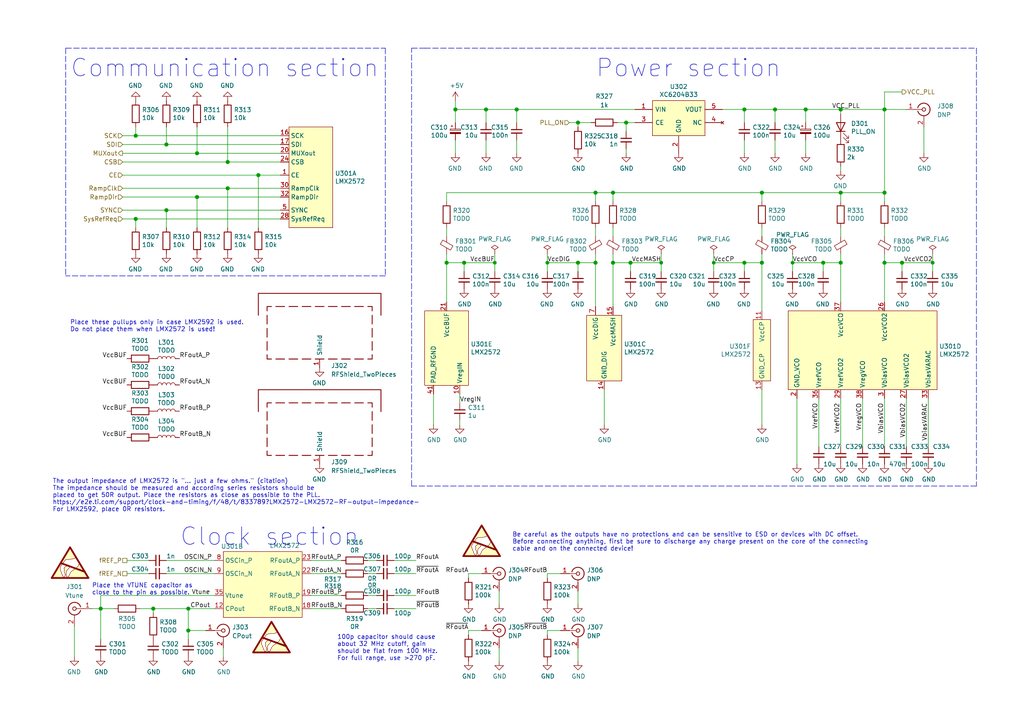
<source format=kicad_sch>
(kicad_sch (version 20211123) (generator eeschema)
  (paper "A4")
  (title_block (title "Generator 0.0125 - 6.4 GHz (0.02 - 9.8 GHz)") (date "2021-11-13") (rev "211113-001") (company "Petr Polasek") (comment 1 "001, 2021-11-13 09:38") (comment 2 "TCXO / external input, LMX2572/LMX2592") (comment 3 "Dual channel symmetric outputs"))
  (junction (at 29.21 176.53) (diameter 1.016))
  (junction (at 132.08 31.75) (diameter 1.016))
  (junction (at 57.15 44.45) (diameter 1.016))
  (junction (at 140.97 31.75) (diameter 1.016))
  (junction (at 181.61 35.56) (diameter 1.016))
  (junction (at 207.01 76.2) (diameter 0.9144))
  (junction (at 256.54 31.75) (diameter 1.016))
  (junction (at 220.98 55.88) (diameter 1.016))
  (junction (at 167.64 76.2) (diameter 1.016))
  (junction (at 167.64 35.56) (diameter 1.016))
  (junction (at 243.84 55.88) (diameter 1.016))
  (junction (at 54.61 176.53) (diameter 1.016))
  (junction (at 220.98 76.2) (diameter 1.016))
  (junction (at 39.37 39.37) (diameter 1.016))
  (junction (at 243.84 76.2) (diameter 1.016))
  (junction (at 74.93 50.8) (diameter 1.016))
  (junction (at 158.75 76.2) (diameter 0.9144))
  (junction (at 39.37 63.5) (diameter 1.016))
  (junction (at 233.68 31.75) (diameter 1.016))
  (junction (at 172.72 55.88) (diameter 1.016))
  (junction (at 229.87 76.2) (diameter 0.9144))
  (junction (at 177.8 76.2) (diameter 1.016))
  (junction (at 224.79 31.75) (diameter 1.016))
  (junction (at 57.15 57.15) (diameter 1.016))
  (junction (at 66.04 54.61) (diameter 1.016))
  (junction (at 182.88 76.2) (diameter 1.016))
  (junction (at 177.8 55.88) (diameter 1.016))
  (junction (at 66.04 46.99) (diameter 1.016))
  (junction (at 134.62 76.2) (diameter 1.016))
  (junction (at 256.54 76.2) (diameter 1.016))
  (junction (at 270.51 76.2) (diameter 0.9144))
  (junction (at 48.26 41.91) (diameter 1.016))
  (junction (at 172.72 76.2) (diameter 1.016))
  (junction (at 243.84 31.75) (diameter 1.016))
  (junction (at 129.54 76.2) (diameter 1.016))
  (junction (at 256.54 55.88) (diameter 1.016))
  (junction (at 44.45 176.53) (diameter 1.016))
  (junction (at 48.26 60.96) (diameter 1.016))
  (junction (at 238.76 76.2) (diameter 1.016))
  (junction (at 215.9 31.75) (diameter 1.016))
  (junction (at 143.51 76.2) (diameter 0.9144))
  (junction (at 149.86 31.75) (diameter 1.016))
  (junction (at 261.62 76.2) (diameter 1.016))
  (junction (at 215.9 76.2) (diameter 1.016))
  (junction (at 191.77 76.2) (diameter 0.9144))
  (junction (at 54.61 182.88) (diameter 1.016))
  (wire (pts (xy 220.98 68.58) (xy 220.98 66.04)))
  (wire (pts (xy 165.1 35.56) (xy 167.64 35.56)))
  (wire (pts (xy 62.23 172.72) (xy 29.21 172.72)))
  (wire (pts (xy 140.97 31.75) (xy 140.97 35.56)))
  (wire (pts (xy 256.54 68.58) (xy 256.54 66.04)))
  (wire (pts (xy 36.83 166.37) (xy 43.18 166.37)))
  (wire (pts (xy 29.21 172.72) (xy 29.21 176.53)))
  (wire (pts (xy 167.64 78.74) (xy 167.64 76.2)))
  (wire (pts (xy 54.61 182.88) (xy 54.61 176.53)))
  (wire (pts (xy 140.97 44.45) (xy 140.97 40.64)))
  (wire (pts (xy 29.21 176.53) (xy 29.21 185.42)))
  (wire (pts (xy 220.98 76.2) (xy 220.98 90.17)))
  (wire (pts (xy 207.01 76.2) (xy 207.01 78.74)))
  (wire (pts (xy 144.78 175.26) (xy 144.78 171.45)))
  (wire (pts (xy 229.87 76.2) (xy 229.87 78.74)))
  (wire (pts (xy 243.84 68.58) (xy 243.84 66.04)))
  (wire (pts (xy 132.08 31.75) (xy 132.08 29.21)))
  (wire (pts (xy 233.68 44.45) (xy 233.68 40.64)))
  (wire (pts (xy 181.61 35.56) (xy 184.15 35.56)))
  (wire (pts (xy 106.68 162.56) (xy 109.22 162.56)))
  (wire (pts (xy 106.68 172.72) (xy 109.22 172.72)))
  (wire (pts (xy 250.19 115.57) (xy 250.19 129.54)))
  (wire (pts (xy 35.56 44.45) (xy 57.15 44.45)))
  (wire (pts (xy 39.37 39.37) (xy 81.28 39.37)))
  (wire (pts (xy 149.86 35.56) (xy 149.86 31.75)))
  (wire (pts (xy 243.84 31.75) (xy 256.54 31.75)))
  (wire (pts (xy 256.54 31.75) (xy 262.89 31.75)))
  (wire (pts (xy 233.68 31.75) (xy 243.84 31.75)))
  (wire (pts (xy 256.54 31.75) (xy 256.54 55.88)))
  (wire (pts (xy 243.84 58.42) (xy 243.84 55.88)))
  (polyline (pts (xy 111.76 13.97) (xy 111.76 80.01)) (stroke (width 0) (type dash)))
  (polyline (pts (xy 19.05 13.97) (xy 111.76 13.97)) (stroke (width 0) (type dash)))
  (polyline (pts (xy 111.76 80.01) (xy 19.05 80.01)) (stroke (width 0) (type dash)))
  (polyline (pts (xy 19.05 13.97) (xy 19.05 80.01)) (stroke (width 0) (type dash)))
  (wire (pts (xy 177.8 76.2) (xy 177.8 73.66)))
  (wire (pts (xy 35.56 39.37) (xy 39.37 39.37)))
  (wire (pts (xy 172.72 68.58) (xy 172.72 66.04)))
  (wire (pts (xy 233.68 31.75) (xy 233.68 35.56)))
  (wire (pts (xy 134.62 76.2) (xy 143.51 76.2)))
  (wire (pts (xy 261.62 76.2) (xy 270.51 76.2)))
  (wire (pts (xy 224.79 44.45) (xy 224.79 40.64)))
  (wire (pts (xy 139.7 182.88) (xy 135.89 182.88)))
  (wire (pts (xy 129.54 76.2) (xy 134.62 76.2)))
  (wire (pts (xy 172.72 58.42) (xy 172.72 55.88)))
  (wire (pts (xy 162.56 166.37) (xy 158.75 166.37)))
  (wire (pts (xy 181.61 35.56) (xy 179.07 35.56)))
  (wire (pts (xy 35.56 57.15) (xy 57.15 57.15)))
  (wire (pts (xy 177.8 55.88) (xy 220.98 55.88)))
  (wire (pts (xy 48.26 41.91) (xy 35.56 41.91)))
  (wire (pts (xy 129.54 76.2) (xy 129.54 73.66)))
  (wire (pts (xy 181.61 38.1) (xy 181.61 35.56)))
  (wire (pts (xy 237.49 115.57) (xy 237.49 129.54)))
  (wire (pts (xy 256.54 87.63) (xy 256.54 76.2)))
  (wire (pts (xy 224.79 31.75) (xy 224.79 35.56)))
  (wire (pts (xy 90.17 172.72) (xy 99.06 172.72)))
  (wire (pts (xy 215.9 35.56) (xy 215.9 31.75)))
  (wire (pts (xy 129.54 58.42) (xy 129.54 55.88)))
  (wire (pts (xy 207.01 73.66) (xy 207.01 76.2)))
  (wire (pts (xy 57.15 66.04) (xy 57.15 57.15)))
  (wire (pts (xy 33.02 176.53) (xy 29.21 176.53)))
  (wire (pts (xy 231.14 115.57) (xy 231.14 134.62)))
  (wire (pts (xy 144.78 191.77) (xy 144.78 187.96)))
  (wire (pts (xy 261.62 78.74) (xy 261.62 76.2)))
  (wire (pts (xy 81.28 54.61) (xy 66.04 54.61)))
  (wire (pts (xy 262.89 115.57) (xy 262.89 129.54)))
  (wire (pts (xy 21.59 190.5) (xy 21.59 181.61)))
  (wire (pts (xy 66.04 66.04) (xy 66.04 54.61)))
  (wire (pts (xy 181.61 44.45) (xy 181.61 43.18)))
  (wire (pts (xy 243.84 49.53) (xy 243.84 48.26)))
  (wire (pts (xy 48.26 166.37) (xy 62.23 166.37)))
  (wire (pts (xy 48.26 60.96) (xy 35.56 60.96)))
  (wire (pts (xy 158.75 76.2) (xy 158.75 78.74)))
  (wire (pts (xy 114.3 176.53) (xy 120.65 176.53)))
  (wire (pts (xy 36.83 162.56) (xy 43.18 162.56)))
  (wire (pts (xy 59.69 182.88) (xy 54.61 182.88)))
  (wire (pts (xy 90.17 166.37) (xy 99.06 166.37)))
  (wire (pts (xy 243.84 76.2) (xy 243.84 87.63)))
  (wire (pts (xy 215.9 76.2) (xy 220.98 76.2)))
  (wire (pts (xy 135.89 167.64) (xy 135.89 166.37)))
  (wire (pts (xy 229.87 73.66) (xy 229.87 76.2)))
  (wire (pts (xy 26.67 176.53) (xy 29.21 176.53)))
  (wire (pts (xy 57.15 57.15) (xy 81.28 57.15)))
  (wire (pts (xy 167.64 35.56) (xy 171.45 35.56)))
  (wire (pts (xy 162.56 182.88) (xy 158.75 182.88)))
  (wire (pts (xy 215.9 31.75) (xy 224.79 31.75)))
  (wire (pts (xy 256.54 115.57) (xy 256.54 129.54)))
  (wire (pts (xy 139.7 166.37) (xy 135.89 166.37)))
  (wire (pts (xy 167.64 175.26) (xy 167.64 171.45)))
  (wire (pts (xy 74.93 50.8) (xy 81.28 50.8)))
  (wire (pts (xy 106.68 166.37) (xy 109.22 166.37)))
  (wire (pts (xy 167.64 191.77) (xy 167.64 187.96)))
  (wire (pts (xy 177.8 76.2) (xy 177.8 88.9)))
  (wire (pts (xy 167.64 35.56) (xy 167.64 36.83)))
  (wire (pts (xy 134.62 78.74) (xy 134.62 76.2)))
  (wire (pts (xy 243.84 55.88) (xy 256.54 55.88)))
  (wire (pts (xy 215.9 78.74) (xy 215.9 76.2)))
  (wire (pts (xy 48.26 162.56) (xy 62.23 162.56)))
  (wire (pts (xy 191.77 73.66) (xy 191.77 76.2)))
  (wire (pts (xy 133.35 123.19) (xy 133.35 121.92)))
  (wire (pts (xy 220.98 113.03) (xy 220.98 123.19)))
  (wire (pts (xy 143.51 73.66) (xy 143.51 76.2)))
  (wire (pts (xy 215.9 44.45) (xy 215.9 40.64)))
  (wire (pts (xy 39.37 36.83) (xy 39.37 39.37)))
  (wire (pts (xy 175.26 113.03) (xy 175.26 123.19)))
  (wire (pts (xy 243.84 115.57) (xy 243.84 129.54)))
  (wire (pts (xy 106.68 176.53) (xy 109.22 176.53)))
  (wire (pts (xy 66.04 36.83) (xy 66.04 46.99)))
  (wire (pts (xy 177.8 76.2) (xy 182.88 76.2)))
  (wire (pts (xy 81.28 60.96) (xy 48.26 60.96)))
  (wire (pts (xy 267.97 36.83) (xy 267.97 44.45)))
  (wire (pts (xy 243.84 76.2) (xy 243.84 73.66)))
  (wire (pts (xy 40.64 176.53) (xy 44.45 176.53)))
  (wire (pts (xy 132.08 44.45) (xy 132.08 40.64)))
  (wire (pts (xy 243.84 33.02) (xy 243.84 31.75)))
  (wire (pts (xy 39.37 63.5) (xy 81.28 63.5)))
  (wire (pts (xy 129.54 76.2) (xy 129.54 87.63)))
  (wire (pts (xy 44.45 176.53) (xy 54.61 176.53)))
  (wire (pts (xy 44.45 177.8) (xy 44.45 176.53)))
  (wire (pts (xy 182.88 78.74) (xy 182.88 76.2)))
  (wire (pts (xy 172.72 76.2) (xy 172.72 88.9)))
  (wire (pts (xy 224.79 31.75) (xy 233.68 31.75)))
  (wire (pts (xy 64.77 190.5) (xy 64.77 187.96)))
  (wire (pts (xy 143.51 76.2) (xy 143.51 78.74)))
  (wire (pts (xy 215.9 76.2) (xy 207.01 76.2)))
  (wire (pts (xy 114.3 172.72) (xy 120.65 172.72)))
  (wire (pts (xy 57.15 44.45) (xy 81.28 44.45)))
  (wire (pts (xy 209.55 31.75) (xy 215.9 31.75)))
  (wire (pts (xy 125.73 123.19) (xy 125.73 114.3)))
  (wire (pts (xy 54.61 185.42) (xy 54.61 182.88)))
  (wire (pts (xy 149.86 31.75) (xy 140.97 31.75)))
  (wire (pts (xy 220.98 58.42) (xy 220.98 55.88)))
  (wire (pts (xy 270.51 73.66) (xy 270.51 76.2)))
  (wire (pts (xy 167.64 76.2) (xy 172.72 76.2)))
  (wire (pts (xy 256.54 76.2) (xy 256.54 73.66)))
  (wire (pts (xy 158.75 73.66) (xy 158.75 76.2)))
  (wire (pts (xy 238.76 76.2) (xy 229.87 76.2)))
  (wire (pts (xy 39.37 66.04) (xy 39.37 63.5)))
  (wire (pts (xy 66.04 46.99) (xy 35.56 46.99)))
  (wire (pts (xy 81.28 46.99) (xy 66.04 46.99)))
  (wire (pts (xy 81.28 41.91) (xy 48.26 41.91)))
  (wire (pts (xy 74.93 66.04) (xy 74.93 50.8)))
  (wire (pts (xy 48.26 36.83) (xy 48.26 41.91)))
  (wire (pts (xy 114.3 166.37) (xy 120.65 166.37)))
  (wire (pts (xy 256.54 55.88) (xy 256.54 58.42)))
  (wire (pts (xy 133.35 116.84) (xy 133.35 114.3)))
  (wire (pts (xy 172.72 76.2) (xy 172.72 73.66)))
  (wire (pts (xy 129.54 68.58) (xy 129.54 66.04)))
  (wire (pts (xy 238.76 78.74) (xy 238.76 76.2)))
  (wire (pts (xy 269.24 115.57) (xy 269.24 129.54)))
  (wire (pts (xy 238.76 76.2) (xy 243.84 76.2)))
  (wire (pts (xy 35.56 50.8) (xy 74.93 50.8)))
  (wire (pts (xy 48.26 66.04) (xy 48.26 60.96)))
  (wire (pts (xy 149.86 31.75) (xy 184.15 31.75)))
  (wire (pts (xy 135.89 184.15) (xy 135.89 182.88)))
  (wire (pts (xy 256.54 26.67) (xy 256.54 31.75)))
  (wire (pts (xy 261.62 26.67) (xy 256.54 26.67)))
  (wire (pts (xy 149.86 44.45) (xy 149.86 40.64)))
  (wire (pts (xy 158.75 167.64) (xy 158.75 166.37)))
  (wire (pts (xy 57.15 36.83) (xy 57.15 44.45)))
  (wire (pts (xy 140.97 31.75) (xy 132.08 31.75)))
  (wire (pts (xy 114.3 162.56) (xy 120.65 162.56)))
  (wire (pts (xy 54.61 176.53) (xy 62.23 176.53)))
  (wire (pts (xy 99.06 162.56) (xy 90.17 162.56)))
  (wire (pts (xy 129.54 55.88) (xy 172.72 55.88)))
  (wire (pts (xy 256.54 76.2) (xy 261.62 76.2)))
  (wire (pts (xy 270.51 76.2) (xy 270.51 78.74)))
  (wire (pts (xy 182.88 76.2) (xy 191.77 76.2)))
  (wire (pts (xy 66.04 54.61) (xy 35.56 54.61)))
  (wire (pts (xy 172.72 55.88) (xy 177.8 55.88)))
  (wire (pts (xy 220.98 55.88) (xy 243.84 55.88)))
  (wire (pts (xy 177.8 58.42) (xy 177.8 55.88)))
  (wire (pts (xy 167.64 76.2) (xy 158.75 76.2)))
  (wire (pts (xy 35.56 63.5) (xy 39.37 63.5)))
  (wire (pts (xy 158.75 184.15) (xy 158.75 182.88)))
  (wire (pts (xy 220.98 76.2) (xy 220.98 73.66)))
  (wire (pts (xy 90.17 176.53) (xy 99.06 176.53)))
  (polyline (pts (xy 283.21 13.97) (xy 283.21 140.97)) (stroke (width 0) (type dash)))
  (polyline (pts (xy 119.38 140.97) (xy 119.38 13.97)) (stroke (width 0) (type dash)))
  (polyline (pts (xy 123.19 13.97) (xy 283.21 13.97)) (stroke (width 0) (type dash)))
  (polyline (pts (xy 283.21 140.97) (xy 119.38 140.97)) (stroke (width 0) (type dash)))
  (polyline (pts (xy 119.38 13.97) (xy 123.19 13.97)) (stroke (width 0) (type dash)))
  (wire (pts (xy 191.77 76.2) (xy 191.77 78.74)))
  (wire (pts (xy 177.8 68.58) (xy 177.8 66.04)))
  (wire (pts (xy 132.08 31.75) (xy 132.08 35.56)))
  (text "The output impedance of LMX2572 is \"... just a few ohms.\" (citation)\nThe impedance should be measured and according series resistors should be\nplaced to get 50R output. Place the resistors as close as possible to the PLL.\nhttps://e2e.ti.com/support/clock-and-timing/f/48/t/833789?LMX2572-LMX2572-RF-output-impedance-\nFor LMX2592, place 0R resistors." (at 15.24 148.59 0) (effects (font (size 1.27 1.27)) (justify left bottom)))
  (text "Clock section" (at 52.07 158.75 0) (effects (font (size 5.08 5.08)) (justify left bottom)))
  (text "100p capacitor should cause\nabout 32 MHz cutoff, gain\nshould be flat from 100 MHz.\nFor full range, use >270 pF." (at 97.79 191.77 0) (effects (font (size 1.27 1.27)) (justify left bottom)))
  (text "Place these pullups only in case LMX2592 is used.\nDo not place them when LMX2572 is used!" (at 20.32 96.4 0) (effects (font (size 1.27 1.27)) (justify left bottom)))
  (text "Be careful as the outputs have no protections and can be sensitive to ESD or devices with DC offset.\nBefore connecting anything, first be sure to discharge any charge present on the core of the connecting\ncable and on the connected device!" (at 148.59 160.02 0) (effects (font (size 1.27 1.27)) (justify left bottom)))
  (text "Place the VTUNE capacitor as\nclose to the pin as possible." (at 26.67 172.72 0) (effects (font (size 1.27 1.27)) (justify left bottom)))
  (text "Communication section\n" (at 20.32 22.86 0) (effects (font (size 5.08 5.08)) (justify left bottom)))
  (text "Power section" (at 172.72 22.86 0) (effects (font (size 5.08 5.08)) (justify left bottom)))
  (label "RFoutB" (at 120.65 172.72 0))
  (label "OSCIN_P" (at 53.34 162.56 0))
  (label "CPout" (at 60.96 176.53 180))
  (label "RFoutB" (at 158.75 166.37 180))
  (label "VccBUF" (at 143.51 76.2 180))
  (label "Vtune" (at 60.96 172.72 180))
  (label "RFoutA_P" (at 52.07 104.02 0))
  (label "VrefVCO" (at 237.49 116.84 270))
  (label "~{RFoutA}" (at 120.65 166.37 0))
  (label "RFoutB_N" (at 90.17 176.53 0))
  (label "RFoutA_P" (at 90.17 162.56 0))
  (label "VccCP" (at 207.01 76.2 0))
  (label "VCC_PLL" (at 241.3 31.75 0))
  (label "VccMASH" (at 191.77 76.2 180))
  (label "VregVCO" (at 250.19 116.84 270))
  (label "VccBUF" (at 36.83 104.02 180))
  (label "VccDIG" (at 158.75 76.2 0))
  (label "RFoutA" (at 135.89 166.37 180))
  (label "VrefVCO2" (at 243.84 116.84 270))
  (label "VccBUF" (at 36.83 119.26 180))
  (label "VccVCO2" (at 270.51 76.2 180))
  (label "OSCIN_N" (at 53.34 166.37 0))
  (label "RFoutB_P" (at 52.07 119.26 0))
  (label "~{RFoutB}" (at 120.65 176.53 0))
  (label "VccBUF" (at 36.83 126.88 180))
  (label "~{RFoutA}" (at 135.89 182.88 180))
  (label "VbiasVCO" (at 256.54 116.84 270))
  (label "VccVCO" (at 229.87 76.2 0))
  (label "RFoutA" (at 120.65 162.56 0))
  (label "RFoutB_P" (at 90.17 172.72 0))
  (label "RFoutA_N" (at 52.07 111.64 0))
  (label "RFoutB_N" (at 52.07 126.88 0))
  (label "VccBUF" (at 36.83 111.64 180))
  (label "VbiasVARAC" (at 269.24 116.84 270))
  (label "VregIN" (at 133.35 116.84 0))
  (label "RFoutA_N" (at 90.17 166.37 0))
  (label "~{RFoutB}" (at 158.75 182.88 180))
  (label "VbiasVCO2" (at 262.89 116.84 270))
  (hierarchical_label "fREF_N" (shape passive) (at 36.83 166.37 180))
  (hierarchical_label "PLL_ON" (shape input) (at 165.1 35.56 180))
  (hierarchical_label "CSB" (shape input) (at 35.56 46.99 180))
  (hierarchical_label "VCC_PLL" (shape output) (at 261.62 26.67 0))
  (hierarchical_label "SysRefReq" (shape input) (at 35.56 63.5 180))
  (hierarchical_label "RampDir" (shape input) (at 35.56 57.15 180))
  (hierarchical_label "SCK" (shape input) (at 35.56 39.37 180))
  (hierarchical_label "fREF_P" (shape passive) (at 36.83 162.56 180))
  (hierarchical_label "CE" (shape input) (at 35.56 50.8 180))
  (hierarchical_label "MUXout" (shape output) (at 35.56 44.45 180))
  (hierarchical_label "SDI" (shape input) (at 35.56 41.91 180))
  (hierarchical_label "SYNC" (shape input) (at 35.56 60.96 180))
  (hierarchical_label "RampClk" (shape input) (at 35.56 54.61 180))
  (symbol (lib_id "Device:C_Small") (at 269.24 132.08 0) (unit 1)
    (property "Reference" "C334" (at 270.51 129.54 0) (effects (justify left)))
    (property "Value" "10u" (at 270.51 134.62 0) (effects (justify left)))
    (property "Footprint" "Capacitor_SMD:C_0805_2012Metric_Pad1.18x1.45mm_HandSolder" (effects hide))
  )
  (symbol (lib_id "Device:C_Small") (at 262.89 132.08 0) (unit 1)
    (property "Reference" "C333" (at 264.16 129.54 0) (effects (justify left)))
    (property "Value" "100n" (at 264.16 134.62 0) (effects (justify left)))
    (property "Footprint" "Capacitor_SMD:C_0603_1608Metric_Pad1.08x0.95mm_HandSolder" (effects hide))
  )
  (symbol (lib_id "Device:C_Small") (at 256.54 132.08 0) (unit 1)
    (property "Reference" "C331" (at 257.81 129.54 0) (effects (justify left)))
    (property "Value" "470n" (at 257.81 134.62 0) (effects (justify left)))
    (property "Footprint" "Capacitor_SMD:C_0603_1608Metric_Pad1.08x0.95mm_HandSolder" (effects hide))
  )
  (symbol (lib_id "Device:C_Small") (at 250.19 132.08 0) (unit 1)
    (property "Reference" "C330" (at 251.46 129.54 0) (effects (justify left)))
    (property "Value" "10n" (at 251.46 134.62 0) (effects (justify left)))
    (property "Footprint" "Capacitor_SMD:C_0603_1608Metric_Pad1.08x0.95mm_HandSolder" (effects hide))
  )
  (symbol (lib_id "Device:C_Small") (at 243.84 132.08 0) (unit 1)
    (property "Reference" "C329" (at 245.11 129.54 0) (effects (justify left)))
    (property "Value" "10u" (at 245.11 134.62 0) (effects (justify left)))
    (property "Footprint" "Capacitor_SMD:C_0805_2012Metric_Pad1.18x1.45mm_HandSolder" (effects hide))
  )
  (symbol (lib_id "Device:C_Small") (at 237.49 132.08 0) (unit 1)
    (property "Reference" "C327" (at 238.76 129.54 0) (effects (justify left)))
    (property "Value" "10u" (at 238.76 134.62 0) (effects (justify left)))
    (property "Footprint" "Capacitor_SMD:C_0805_2012Metric_Pad1.18x1.45mm_HandSolder" (effects hide))
  )
  (symbol (lib_id "power:GND") (at 269.24 134.62 0) (unit 1)
    (property "Reference" "#PWR0357" (effects hide))
    (property "Value" "GND" (at 269.367 139.0142 0))
  )
  (symbol (lib_id "power:GND") (at 262.89 134.62 0) (unit 1)
    (property "Reference" "#PWR0355" (effects hide))
    (property "Value" "GND" (at 263.017 139.0142 0))
  )
  (symbol (lib_id "power:GND") (at 256.54 134.62 0) (unit 1)
    (property "Reference" "#PWR0353" (effects hide))
    (property "Value" "GND" (at 256.667 139.0142 0))
  )
  (symbol (lib_id "power:GND") (at 250.19 134.62 0) (unit 1)
    (property "Reference" "#PWR0352" (effects hide))
    (property "Value" "GND" (at 250.317 139.0142 0))
  )
  (symbol (lib_id "power:GND") (at 243.84 134.62 0) (unit 1)
    (property "Reference" "#PWR0351" (effects hide))
    (property "Value" "GND" (at 243.967 139.0142 0))
  )
  (symbol (lib_id "power:GND") (at 237.49 134.62 0) (unit 1)
    (property "Reference" "#PWR0348" (effects hide))
    (property "Value" "GND" (at 237.617 139.0142 0))
  )
  (symbol (lib_id "power:GND") (at 231.14 134.62 0) (unit 1)
    (property "Reference" "#PWR0346" (effects hide))
    (property "Value" "GND" (at 231.267 139.0142 0))
  )
  (symbol (lib_id "Device:C_Small") (at 270.51 81.28 0) (unit 1)
    (property "Reference" "C335" (at 272.8468 80.1116 0) (effects (justify left)))
    (property "Value" "10u" (at 272.8468 82.423 0) (effects (justify left)))
    (property "Footprint" "Capacitor_SMD:C_0805_2012Metric_Pad1.18x1.45mm_HandSolder" (effects hide))
  )
  (symbol (lib_id "Device:C_Small") (at 261.62 81.28 0) (unit 1)
    (property "Reference" "C332" (at 263.9568 80.1116 0) (effects (justify left)))
    (property "Value" "100n" (at 263.9568 82.423 0) (effects (justify left)))
    (property "Footprint" "Capacitor_SMD:C_0603_1608Metric_Pad1.08x0.95mm_HandSolder" (effects hide))
  )
  (symbol (lib_id "power:GND") (at 270.51 83.82 0) (unit 1)
    (property "Reference" "#PWR0358" (effects hide))
    (property "Value" "GND" (at 270.637 88.2142 0))
  )
  (symbol (lib_id "power:GND") (at 261.62 83.82 0) (unit 1)
    (property "Reference" "#PWR0354" (effects hide))
    (property "Value" "GND" (at 261.747 88.2142 0))
  )
  (symbol (lib_id "Device:R") (at 256.54 62.23 0) (unit 1)
    (property "Reference" "R332" (at 258.318 61.0616 0) (effects (justify left)))
    (property "Value" "TODO" (at 258.318 63.373 0) (effects (justify left)))
    (property "Footprint" "Resistor_SMD:R_0603_1608Metric_Pad0.98x0.95mm_HandSolder" (effects hide))
  )
  (symbol (lib_id "Device:C_Small") (at 229.87 81.28 0) (mirror y) (unit 1)
    (property "Reference" "C325" (at 227.5332 80.1116 0) (effects (justify left)))
    (property "Value" "10u" (at 227.5332 82.423 0) (effects (justify left)))
    (property "Footprint" "Capacitor_SMD:C_0805_2012Metric_Pad1.18x1.45mm_HandSolder" (effects hide))
  )
  (symbol (lib_id "Device:C_Small") (at 238.76 81.28 0) (mirror y) (unit 1)
    (property "Reference" "C328" (at 236.4232 80.1116 0) (effects (justify left)))
    (property "Value" "100n" (at 236.4232 82.423 0) (effects (justify left)))
    (property "Footprint" "Capacitor_SMD:C_0603_1608Metric_Pad1.08x0.95mm_HandSolder" (effects hide))
  )
  (symbol (lib_id "power:GND") (at 229.87 83.82 0) (mirror y) (unit 1)
    (property "Reference" "#PWR0345" (effects hide))
    (property "Value" "GND" (at 229.743 88.2142 0))
  )
  (symbol (lib_id "power:GND") (at 238.76 83.82 0) (mirror y) (unit 1)
    (property "Reference" "#PWR0349" (effects hide))
    (property "Value" "GND" (at 238.633 88.2142 0))
  )
  (symbol (lib_id "Device:R") (at 243.84 62.23 0) (unit 1)
    (property "Reference" "R331" (at 245.618 61.0616 0) (effects (justify left)))
    (property "Value" "TODO" (at 245.618 63.373 0) (effects (justify left)))
    (property "Footprint" "Resistor_SMD:R_0603_1608Metric_Pad0.98x0.95mm_HandSolder" (effects hide))
  )
  (symbol (lib_id "Device:C_Small") (at 207.01 81.28 0) (mirror y) (unit 1)
    (property "Reference" "C321" (at 204.6732 80.1116 0) (effects (justify left)))
    (property "Value" "10u" (at 204.6732 82.423 0) (effects (justify left)))
    (property "Footprint" "Capacitor_SMD:C_0805_2012Metric_Pad1.18x1.45mm_HandSolder" (effects hide))
  )
  (symbol (lib_id "Device:C_Small") (at 215.9 81.28 0) (mirror y) (unit 1)
    (property "Reference" "C323" (at 213.5632 80.1116 0) (effects (justify left)))
    (property "Value" "100n" (at 213.5632 82.423 0) (effects (justify left)))
    (property "Footprint" "Capacitor_SMD:C_0603_1608Metric_Pad1.08x0.95mm_HandSolder" (effects hide))
  )
  (symbol (lib_id "power:GND") (at 207.01 83.82 0) (mirror y) (unit 1)
    (property "Reference" "#PWR0340" (effects hide))
    (property "Value" "GND" (at 206.883 88.2142 0))
  )
  (symbol (lib_id "power:GND") (at 215.9 83.82 0) (mirror y) (unit 1)
    (property "Reference" "#PWR0342" (effects hide))
    (property "Value" "GND" (at 215.773 88.2142 0))
  )
  (symbol (lib_id "Device:R") (at 220.98 62.23 0) (unit 1)
    (property "Reference" "R329" (at 222.758 61.0616 0) (effects (justify left)))
    (property "Value" "TODO" (at 222.758 63.373 0) (effects (justify left)))
    (property "Footprint" "Resistor_SMD:R_0603_1608Metric_Pad0.98x0.95mm_HandSolder" (effects hide))
  )
  (symbol (lib_id "power:GND") (at 220.98 123.19 0) (unit 1)
    (property "Reference" "#PWR0343" (effects hide))
    (property "Value" "GND" (at 221.107 127.5842 0))
  )
  (symbol (lib_id "Device:C_Small") (at 191.77 81.28 0) (unit 1)
    (property "Reference" "C320" (at 194.1068 80.1116 0) (effects (justify left)))
    (property "Value" "10u" (at 194.1068 82.423 0) (effects (justify left)))
    (property "Footprint" "Capacitor_SMD:C_0805_2012Metric_Pad1.18x1.45mm_HandSolder" (effects hide))
  )
  (symbol (lib_id "Device:C_Small") (at 182.88 81.28 0) (unit 1)
    (property "Reference" "C319" (at 185.2168 80.1116 0) (effects (justify left)))
    (property "Value" "100n" (at 185.2168 82.423 0) (effects (justify left)))
    (property "Footprint" "Capacitor_SMD:C_0603_1608Metric_Pad1.08x0.95mm_HandSolder" (effects hide))
  )
  (symbol (lib_id "power:GND") (at 191.77 83.82 0) (unit 1)
    (property "Reference" "#PWR0338" (effects hide))
    (property "Value" "GND" (at 191.897 88.2142 0))
  )
  (symbol (lib_id "power:GND") (at 182.88 83.82 0) (unit 1)
    (property "Reference" "#PWR0337" (effects hide))
    (property "Value" "GND" (at 183.007 88.2142 0))
  )
  (symbol (lib_id "Device:R") (at 177.8 62.23 0) (unit 1)
    (property "Reference" "R328" (at 179.578 61.0616 0) (effects (justify left)))
    (property "Value" "TODO" (at 179.578 63.373 0) (effects (justify left)))
    (property "Footprint" "Resistor_SMD:R_0603_1608Metric_Pad0.98x0.95mm_HandSolder" (effects hide))
  )
  (symbol (lib_id "Device:C_Small") (at 158.75 81.28 0) (mirror y) (unit 1)
    (property "Reference" "C316" (at 156.4132 80.1116 0) (effects (justify left)))
    (property "Value" "10u" (at 156.4132 82.423 0) (effects (justify left)))
    (property "Footprint" "Capacitor_SMD:C_0805_2012Metric_Pad1.18x1.45mm_HandSolder" (effects hide))
  )
  (symbol (lib_id "Device:C_Small") (at 167.64 81.28 0) (mirror y) (unit 1)
    (property "Reference" "C317" (at 165.3032 80.1116 0) (effects (justify left)))
    (property "Value" "100n" (at 165.3032 82.423 0) (effects (justify left)))
    (property "Footprint" "Capacitor_SMD:C_0603_1608Metric_Pad1.08x0.95mm_HandSolder" (effects hide))
  )
  (symbol (lib_id "power:GND") (at 158.75 83.82 0) (mirror y) (unit 1)
    (property "Reference" "#PWR0328" (effects hide))
    (property "Value" "GND" (at 158.623 88.2142 0))
  )
  (symbol (lib_id "power:GND") (at 167.64 83.82 0) (mirror y) (unit 1)
    (property "Reference" "#PWR0332" (effects hide))
    (property "Value" "GND" (at 167.513 88.2142 0))
  )
  (symbol (lib_id "Device:R") (at 172.72 62.23 0) (unit 1)
    (property "Reference" "R326" (at 170.9674 61.0616 0) (effects (justify right)))
    (property "Value" "TODO" (at 170.9674 63.373 0) (effects (justify right)))
    (property "Footprint" "Resistor_SMD:R_0603_1608Metric_Pad0.98x0.95mm_HandSolder" (effects hide))
  )
  (symbol (lib_id "power:GND") (at 175.26 123.19 0) (unit 1)
    (property "Reference" "#PWR0335" (effects hide))
    (property "Value" "GND" (at 175.387 127.5842 0))
  )
  (symbol (lib_id "Device:C_Small") (at 143.51 81.28 0) (unit 1)
    (property "Reference" "C314" (at 145.8468 80.1116 0) (effects (justify left)))
    (property "Value" "10u" (at 145.8468 82.423 0) (effects (justify left)))
    (property "Footprint" "Capacitor_SMD:C_0805_2012Metric_Pad1.18x1.45mm_HandSolder" (effects hide))
  )
  (symbol (lib_id "Device:C_Small") (at 134.62 81.28 0) (unit 1)
    (property "Reference" "C312" (at 136.9568 80.1116 0) (effects (justify left)))
    (property "Value" "100n" (at 136.9568 82.423 0) (effects (justify left)))
    (property "Footprint" "Capacitor_SMD:C_0603_1608Metric_Pad1.08x0.95mm_HandSolder" (effects hide))
  )
  (symbol (lib_id "power:GND") (at 143.51 83.82 0) (unit 1)
    (property "Reference" "#PWR0324" (effects hide))
    (property "Value" "GND" (at 143.637 88.2142 0))
  )
  (symbol (lib_id "power:GND") (at 134.62 83.82 0) (unit 1)
    (property "Reference" "#PWR0320" (effects hide))
    (property "Value" "GND" (at 134.747 88.2142 0))
  )
  (symbol (lib_id "Device:R") (at 129.54 62.23 0) (unit 1)
    (property "Reference" "R320" (at 131.318 61.0616 0) (effects (justify left)))
    (property "Value" "TODO" (at 131.318 63.373 0) (effects (justify left)))
    (property "Footprint" "Resistor_SMD:R_0603_1608Metric_Pad0.98x0.95mm_HandSolder" (effects hide))
  )
  (symbol (lib_id "power:GND") (at 133.35 123.19 0) (unit 1)
    (property "Reference" "#PWR0319" (effects hide))
    (property "Value" "GND" (at 133.477 127.5842 0))
  )
  (symbol (lib_id "power:GND") (at 125.73 123.19 0) (unit 1)
    (property "Reference" "#PWR0316" (effects hide))
    (property "Value" "GND" (at 125.857 127.5842 0))
  )
  (symbol (lib_id "Device:C_Small") (at 133.35 119.38 0) (unit 1)
    (property "Reference" "C311" (at 135.6868 118.2116 0) (effects (justify left)))
    (property "Value" "1u" (at 135.6868 120.523 0) (effects (justify left)))
    (property "Footprint" "Capacitor_SMD:C_0603_1608Metric_Pad1.08x0.95mm_HandSolder" (effects hide))
  )
  (symbol (lib_id "Device:C_Small") (at 224.79 38.1 0) (unit 1)
    (property "Reference" "C324" (at 227.1268 36.9316 0) (effects (justify left)))
    (property "Value" "10u" (at 227.1268 39.243 0) (effects (justify left)))
    (property "Footprint" "Capacitor_SMD:C_0805_2012Metric_Pad1.18x1.45mm_HandSolder" (effects hide))
  )
  (symbol (lib_id "Device:C_Small") (at 215.9 38.1 0) (unit 1)
    (property "Reference" "C322" (at 218.2368 36.9316 0) (effects (justify left)))
    (property "Value" "100n" (at 218.2368 39.243 0) (effects (justify left)))
    (property "Footprint" "Capacitor_SMD:C_0603_1608Metric_Pad1.08x0.95mm_HandSolder" (effects hide))
  )
  (symbol (lib_id "power:GND") (at 224.79 44.45 0) (unit 1)
    (property "Reference" "#PWR0344" (effects hide))
    (property "Value" "GND" (at 224.917 48.8442 0))
  )
  (symbol (lib_id "power:GND") (at 215.9 44.45 0) (unit 1)
    (property "Reference" "#PWR0341" (effects hide))
    (property "Value" "GND" (at 216.027 48.8442 0))
  )
  (symbol (lib_id "power:GND") (at 267.97 44.45 0) (unit 1)
    (property "Reference" "#PWR0356" (effects hide))
    (property "Value" "GND" (at 268.097 48.8442 0))
  )
  (symbol (lib_id "Device:R") (at 167.64 40.64 0) (unit 1)
    (property "Reference" "R325" (at 169.418 39.4716 0) (effects (justify left)))
    (property "Value" "10k" (at 169.418 41.783 0) (effects (justify left)))
    (property "Footprint" "Resistor_SMD:R_0603_1608Metric_Pad0.98x0.95mm_HandSolder" (effects hide))
  )
  (symbol (lib_id "power:GND") (at 167.64 44.45 0) (unit 1)
    (property "Reference" "#PWR0331" (effects hide))
    (property "Value" "GND" (at 167.767 48.8442 0))
  )
  (symbol (lib_id "Device:R") (at 102.87 162.56 270) (unit 1)
    (property "Reference" "R316" (at 102.87 157.3022 90))
    (property "Value" "0R" (at 102.87 159.6136 90))
    (property "Footprint" "Resistor_SMD:R_0603_1608Metric_Pad0.98x0.95mm_HandSolder" (effects hide))
  )
  (symbol (lib_id "power:GND") (at 233.68 44.45 0) (unit 1)
    (property "Reference" "#PWR0347" (effects hide))
    (property "Value" "GND" (at 233.807 48.8442 0))
  )
  (symbol (lib_id "power:GND") (at 196.85 44.45 0) (unit 1)
    (property "Reference" "#PWR0339" (effects hide))
    (property "Value" "GND" (at 196.977 48.8442 0))
  )
  (symbol (lib_id "power:GND") (at 140.97 44.45 0) (mirror y) (unit 1)
    (property "Reference" "#PWR0323" (effects hide))
    (property "Value" "GND" (at 140.843 48.8442 0))
  )
  (symbol (lib_id "power:GND") (at 149.86 44.45 0) (mirror y) (unit 1)
    (property "Reference" "#PWR0327" (effects hide))
    (property "Value" "GND" (at 149.733 48.8442 0))
  )
  (symbol (lib_id "Device:C_Small") (at 149.86 38.1 0) (mirror y) (unit 1)
    (property "Reference" "C315" (at 147.5232 36.9316 0) (effects (justify left)))
    (property "Value" "100n" (at 147.5232 39.243 0) (effects (justify left)))
    (property "Footprint" "Capacitor_SMD:C_0603_1608Metric_Pad1.08x0.95mm_HandSolder" (effects hide))
  )
  (symbol (lib_id "Device:C_Small") (at 140.97 38.1 0) (mirror y) (unit 1)
    (property "Reference" "C313" (at 138.6332 36.9316 0) (effects (justify left)))
    (property "Value" "10u" (at 138.6332 39.243 0) (effects (justify left)))
    (property "Footprint" "Capacitor_SMD:C_0805_2012Metric_Pad1.18x1.45mm_HandSolder" (effects hide))
  )
  (symbol (lib_id "power:GND") (at 132.08 44.45 0) (mirror y) (unit 1)
    (property "Reference" "#PWR0318" (effects hide))
    (property "Value" "GND" (at 131.953 48.8442 0))
  )
  (symbol (lib_id "power:+5V") (at 132.08 29.21 0) (unit 1)
    (property "Reference" "#PWR0317" (effects hide))
    (property "Value" "+5V" (at 132.461 24.8158 0))
  )
  (symbol (lib_id "Device:R") (at 66.04 33.02 0) (unit 1)
    (property "Reference" "R313" (at 67.818 31.8516 0) (effects (justify left)))
    (property "Value" "10k" (at 67.818 34.163 0) (effects (justify left)))
    (property "Footprint" "Resistor_SMD:R_0603_1608Metric_Pad0.98x0.95mm_HandSolder" (effects hide))
  )
  (symbol (lib_id "power:GND") (at 66.04 29.21 180) (unit 1)
    (property "Reference" "#PWR0313" (effects hide))
    (property "Value" "GND" (at 65.913 24.8158 0))
  )
  (symbol (lib_id "Device:R") (at 57.15 33.02 0) (unit 1)
    (property "Reference" "R311" (at 58.928 31.8516 0) (effects (justify left)))
    (property "Value" "10k" (at 58.928 34.163 0) (effects (justify left)))
    (property "Footprint" "Resistor_SMD:R_0603_1608Metric_Pad0.98x0.95mm_HandSolder" (effects hide))
  )
  (symbol (lib_id "power:GND") (at 57.15 29.21 180) (unit 1)
    (property "Reference" "#PWR0309" (effects hide))
    (property "Value" "GND" (at 57.023 24.8158 0))
  )
  (symbol (lib_id "Device:R") (at 48.26 33.02 0) (unit 1)
    (property "Reference" "R309" (at 50.038 31.8516 0) (effects (justify left)))
    (property "Value" "10k" (at 50.038 34.163 0) (effects (justify left)))
    (property "Footprint" "Resistor_SMD:R_0603_1608Metric_Pad0.98x0.95mm_HandSolder" (effects hide))
  )
  (symbol (lib_id "power:GND") (at 48.26 29.21 180) (unit 1)
    (property "Reference" "#PWR0306" (effects hide))
    (property "Value" "GND" (at 48.133 24.8158 0))
  )
  (symbol (lib_id "Device:R") (at 39.37 33.02 0) (unit 1)
    (property "Reference" "R306" (at 41.148 31.8516 0) (effects (justify left)))
    (property "Value" "10k" (at 41.148 34.163 0) (effects (justify left)))
    (property "Footprint" "Resistor_SMD:R_0603_1608Metric_Pad0.98x0.95mm_HandSolder" (effects hide))
  )
  (symbol (lib_id "power:GND") (at 39.37 29.21 180) (unit 1)
    (property "Reference" "#PWR0303" (effects hide))
    (property "Value" "GND" (at 39.243 24.8158 0))
  )
  (symbol (lib_id "Device:R") (at 74.93 69.85 180) (unit 1)
    (property "Reference" "R315" (at 76.708 68.6816 0) (effects (justify right)))
    (property "Value" "10k" (at 76.708 70.993 0) (effects (justify right)))
    (property "Footprint" "Resistor_SMD:R_0603_1608Metric_Pad0.98x0.95mm_HandSolder" (effects hide))
  )
  (symbol (lib_id "power:GND") (at 74.93 73.66 0) (mirror y) (unit 1)
    (property "Reference" "#PWR0315" (effects hide))
    (property "Value" "GND" (at 74.803 78.0542 0))
  )
  (symbol (lib_id "Device:R") (at 66.04 69.85 180) (unit 1)
    (property "Reference" "R314" (at 67.818 68.6816 0) (effects (justify right)))
    (property "Value" "10k" (at 67.818 70.993 0) (effects (justify right)))
    (property "Footprint" "Resistor_SMD:R_0603_1608Metric_Pad0.98x0.95mm_HandSolder" (effects hide))
  )
  (symbol (lib_id "power:GND") (at 66.04 73.66 0) (mirror y) (unit 1)
    (property "Reference" "#PWR0314" (effects hide))
    (property "Value" "GND" (at 65.913 78.0542 0))
  )
  (symbol (lib_id "Device:R") (at 57.15 69.85 180) (unit 1)
    (property "Reference" "R312" (at 58.928 68.6816 0) (effects (justify right)))
    (property "Value" "10k" (at 58.928 70.993 0) (effects (justify right)))
    (property "Footprint" "Resistor_SMD:R_0603_1608Metric_Pad0.98x0.95mm_HandSolder" (effects hide))
  )
  (symbol (lib_id "power:GND") (at 57.15 73.66 0) (mirror y) (unit 1)
    (property "Reference" "#PWR0310" (effects hide))
    (property "Value" "GND" (at 57.023 78.0542 0))
  )
  (symbol (lib_id "Device:R") (at 48.26 69.85 180) (unit 1)
    (property "Reference" "R310" (at 50.038 68.6816 0) (effects (justify right)))
    (property "Value" "10k" (at 50.038 70.993 0) (effects (justify right)))
    (property "Footprint" "Resistor_SMD:R_0603_1608Metric_Pad0.98x0.95mm_HandSolder" (effects hide))
  )
  (symbol (lib_id "power:GND") (at 48.26 73.66 0) (mirror y) (unit 1)
    (property "Reference" "#PWR0307" (effects hide))
    (property "Value" "GND" (at 48.133 78.0542 0))
  )
  (symbol (lib_id "Device:R") (at 39.37 69.85 180) (unit 1)
    (property "Reference" "R307" (at 41.148 68.6816 0) (effects (justify right)))
    (property "Value" "10k" (at 41.148 70.993 0) (effects (justify right)))
    (property "Footprint" "Resistor_SMD:R_0603_1608Metric_Pad0.98x0.95mm_HandSolder" (effects hide))
  )
  (symbol (lib_id "power:GND") (at 39.37 73.66 0) (mirror y) (unit 1)
    (property "Reference" "#PWR0304" (effects hide))
    (property "Value" "GND" (at 39.243 78.0542 0))
  )
  (symbol (lib_id "Device:C_Small") (at 111.76 162.56 270) (unit 1)
    (property "Reference" "C306" (at 107.95 161.29 90))
    (property "Value" "100p" (at 116.84 161.29 90))
    (property "Footprint" "Capacitor_SMD:C_0603_1608Metric_Pad1.08x0.95mm_HandSolder" (effects hide))
  )
  (symbol (lib_id "Device:C_Small") (at 111.76 166.37 270) (unit 1)
    (property "Reference" "C307" (at 107.95 165.1 90))
    (property "Value" "100p" (at 116.84 165.1 90))
    (property "Footprint" "Capacitor_SMD:C_0603_1608Metric_Pad1.08x0.95mm_HandSolder" (effects hide))
  )
  (symbol (lib_id "Device:C_Small") (at 111.76 172.72 270) (unit 1)
    (property "Reference" "C308" (at 107.95 171.45 90))
    (property "Value" "100p" (at 116.84 171.45 90))
    (property "Footprint" "Capacitor_SMD:C_0603_1608Metric_Pad1.08x0.95mm_HandSolder" (effects hide))
  )
  (symbol (lib_id "Device:C_Small") (at 111.76 176.53 270) (unit 1)
    (property "Reference" "C309" (at 107.95 177.8 90))
    (property "Value" "100p" (at 116.84 177.8 90))
    (property "Footprint" "Capacitor_SMD:C_0603_1608Metric_Pad1.08x0.95mm_HandSolder" (effects hide))
  )
  (symbol (lib_id "Device:R") (at 158.75 171.45 0) (unit 1)
    (property "Reference" "R323" (at 160.528 170.2816 0) (effects (justify left)))
    (property "Value" "100k" (at 160.528 172.593 0) (effects (justify left)))
    (property "Footprint" "Resistor_SMD:R_0603_1608Metric_Pad0.98x0.95mm_HandSolder" (effects hide))
  )
  (symbol (lib_id "power:GND") (at 158.75 175.26 0) (unit 1)
    (property "Reference" "#PWR0329" (effects hide))
    (property "Value" "GND" (at 158.877 179.6542 0))
  )
  (symbol (lib_id "power:GND") (at 167.64 175.26 0) (unit 1)
    (property "Reference" "#PWR0333" (effects hide))
    (property "Value" "GND" (at 167.767 179.6542 0))
  )
  (symbol (lib_id "Device:R") (at 158.75 187.96 0) (unit 1)
    (property "Reference" "R324" (at 160.528 186.7916 0) (effects (justify left)))
    (property "Value" "100k" (at 160.528 189.103 0) (effects (justify left)))
    (property "Footprint" "Resistor_SMD:R_0603_1608Metric_Pad0.98x0.95mm_HandSolder" (effects hide))
  )
  (symbol (lib_id "power:GND") (at 158.75 191.77 0) (unit 1)
    (property "Reference" "#PWR0330" (effects hide))
    (property "Value" "GND" (at 158.877 196.1642 0))
  )
  (symbol (lib_id "power:GND") (at 167.64 191.77 0) (unit 1)
    (property "Reference" "#PWR0334" (effects hide))
    (property "Value" "GND" (at 167.767 196.1642 0))
  )
  (symbol (lib_id "Device:C_Small") (at 54.61 187.96 0) (unit 1)
    (property "Reference" "C305" (at 56.9468 186.7916 0) (effects (justify left)))
    (property "Value" "TODO" (at 56.9468 189.103 0) (effects (justify left)))
    (property "Footprint" "Capacitor_SMD:C_0603_1608Metric_Pad1.08x0.95mm_HandSolder" (effects hide))
  )
  (symbol (lib_id "Device:C_Small") (at 44.45 187.96 0) (unit 1)
    (property "Reference" "C302" (at 46.7868 186.7916 0) (effects (justify left)))
    (property "Value" "TODO" (at 46.7868 189.103 0) (effects (justify left)))
    (property "Footprint" "Capacitor_SMD:C_0603_1608Metric_Pad1.08x0.95mm_HandSolder" (effects hide))
  )
  (symbol (lib_id "Device:R") (at 44.45 181.61 0) (unit 1)
    (property "Reference" "R308" (at 46.228 180.4416 0) (effects (justify left)))
    (property "Value" "TODO" (at 46.228 182.753 0) (effects (justify left)))
    (property "Footprint" "Resistor_SMD:R_0603_1608Metric_Pad0.98x0.95mm_HandSolder" (effects hide))
  )
  (symbol (lib_id "Device:R") (at 36.83 176.53 90) (unit 1)
    (property "Reference" "R305" (at 36.83 179.451 90))
    (property "Value" "TODO" (at 36.83 181.7624 90))
    (property "Footprint" "Resistor_SMD:R_0603_1608Metric_Pad0.98x0.95mm_HandSolder" (effects hide))
  )
  (symbol (lib_id "Device:C_Small") (at 29.21 187.96 0) (unit 1)
    (property "Reference" "C301" (at 31.5468 186.7916 0) (effects (justify left)))
    (property "Value" "TODO" (at 31.5468 189.103 0) (effects (justify left)))
    (property "Footprint" "Capacitor_SMD:C_0603_1608Metric_Pad1.08x0.95mm_HandSolder" (effects hide))
  )
  (symbol (lib_id "power:GND") (at 54.61 190.5 0) (unit 1)
    (property "Reference" "#PWR0308" (effects hide))
    (property "Value" "GND" (at 54.737 194.8942 0))
  )
  (symbol (lib_id "power:GND") (at 44.45 190.5 0) (unit 1)
    (property "Reference" "#PWR0305" (effects hide))
    (property "Value" "GND" (at 44.577 194.8942 0))
  )
  (symbol (lib_id "power:GND") (at 29.21 190.5 0) (unit 1)
    (property "Reference" "#PWR0302" (effects hide))
    (property "Value" "GND" (at 29.337 194.8942 0))
  )
  (symbol (lib_id "power:GND") (at 64.77 190.5 0) (unit 1)
    (property "Reference" "#PWR0312" (effects hide))
    (property "Value" "GND" (at 64.897 194.8942 0))
  )
  (symbol (lib_id "power:GND") (at 21.59 190.5 0) (mirror y) (unit 1)
    (property "Reference" "#PWR0301" (effects hide))
    (property "Value" "GND" (at 21.463 194.8942 0))
  )
  (symbol (lib_id "Device:C_Small") (at 45.72 162.56 90) (unit 1)
    (property "Reference" "C303" (at 40.64 161.29 90))
    (property "Value" "1n" (at 49.53 161.29 90))
    (property "Footprint" "Capacitor_SMD:C_0603_1608Metric_Pad1.08x0.95mm_HandSolder" (effects hide))
  )
  (symbol (lib_id "Device:C_Small") (at 45.72 166.37 90) (unit 1)
    (property "Reference" "C304" (at 40.64 165.1 90))
    (property "Value" "1n" (at 49.53 165.1 90))
    (property "Footprint" "Capacitor_SMD:C_0603_1608Metric_Pad1.08x0.95mm_HandSolder" (effects hide))
  )
  (symbol (lib_id "power:GND") (at 92.71 106.68 0) (mirror y) (unit 1)
    (property "Reference" "#PWR0311" (effects hide))
    (property "Value" "GND" (at 92.583 111.0742 0))
  )
  (symbol (lib_id "Device:R") (at 175.26 35.56 90) (unit 1)
    (property "Reference" "R327" (at 175.26 27.94 90))
    (property "Value" "1k" (at 175.26 30.48 90))
    (property "Footprint" "Resistor_SMD:R_0603_1608Metric_Pad0.98x0.95mm_HandSolder" (effects hide))
  )
  (symbol (lib_id "Device:C_Small") (at 181.61 40.64 0) (unit 1)
    (property "Reference" "C318" (at 179.2986 39.4716 0) (effects (justify right)))
    (property "Value" "1n" (at 179.2986 41.783 0) (effects (justify right)))
    (property "Footprint" "Capacitor_SMD:C_0603_1608Metric_Pad1.08x0.95mm_HandSolder" (effects hide))
  )
  (symbol (lib_id "power:GND") (at 181.61 44.45 0) (unit 1)
    (property "Reference" "#PWR0336" (effects hide))
    (property "Value" "GND" (at 181.737 48.8442 0))
  )
  (symbol (lib_id "petr:u.FL") (at 267.97 31.75 0) (unit 1)
    (property "Reference" "J308" (at 271.78 30.7731 0) (effects (justify left)))
    (property "Value" "DNP" (at 271.78 33.3131 0) (effects (justify left)))
    (property "Footprint" "Connector_Coaxial:U.FL_Molex_MCRF_73412-0110_Vertical" (effects hide))
    (property "Datasheet" " ~" (effects hide))
  )
  (symbol (lib_id "petr:LMX2572") (at 76.2 173.99 0) (unit 2)
    (property "Reference" "U301" (at 67.31 158.4768 0))
    (property "Value" "LMX2572" (at 82.55 158.2355 0))
    (property "Footprint" "petr_kicad:QFN-40_EP_6x6_Pitch0.5mm_LMX2572" (effects hide))
    (property "Datasheet" "https://www.ti.com/lit/ds/symlink/lmx2572.pdf" (effects hide))
  )
  (symbol (lib_id "petr:SMA_Rosenberger_32K243-40ML5_chinese_SMA_hybrid") (at 144.78 166.37 0) (unit 1)
    (property "Reference" "J304" (at 147.32 165.3931 0) (effects (justify left)))
    (property "Value" "DNP" (at 147.32 167.9331 0) (effects (justify left)))
    (property "Footprint" "petr_kicad:SMA_rosenberger_hybrid" (effects hide))
    (property "Datasheet" "https://products.rosenberger.com/_ocassets/db/32K243-40ML5.pdf" (effects hide))
  )
  (symbol (lib_id "Device:R") (at 40.64 104.02 90) (unit 1)
    (property "Reference" "R301" (at 40.64 98.7938 90))
    (property "Value" "TODO" (at 40.64 101.093 90))
    (property "Footprint" "Resistor_SMD:R_0603_1608Metric_Pad0.98x0.95mm_HandSolder" (effects hide))
  )
  (symbol (lib_id "Device:FerriteBead_Small") (at 220.98 71.12 0) (unit 1)
    (property "Reference" "FB304" (at 223.4439 69.9706 0) (effects (justify left)))
    (property "Value" "TODO" (at 223.444 72.269 0) (effects (justify left)))
    (property "Footprint" "Inductor_SMD:L_0603_1608Metric_Pad1.05x0.95mm_HandSolder" (effects hide))
  )
  (symbol (lib_id "petr:LMX2572") (at 182.88 105.41 0) (unit 3)
    (property "Reference" "U301" (at 180.9751 99.8156 0) (effects (justify left)))
    (property "Value" "LMX2572" (at 180.9751 102.1143 0) (effects (justify left)))
    (property "Footprint" "petr_kicad:QFN-40_EP_6x6_Pitch0.5mm_LMX2572" (effects hide))
    (property "Datasheet" "https://www.ti.com/lit/ds/symlink/lmx2572.pdf" (effects hide))
  )
  (symbol (lib_id "power:PWR_FLAG") (at 143.51 73.66 0) (unit 1)
    (property "Reference" "#FLG0301" (effects hide))
    (property "Value" "PWR_FLAG" (at 143.51 69.3356 0))
  )
  (symbol (lib_id "power:GND") (at 92.71 134.62 0) (mirror y) (unit 1)
    (property "Reference" "#PWR0112" (effects hide))
    (property "Value" "GND" (at 92.583 139.0142 0))
  )
  (symbol (lib_id "power:PWR_FLAG") (at 158.75 73.66 0) (unit 1)
    (property "Reference" "#FLG0302" (effects hide))
    (property "Value" "PWR_FLAG" (at 158.75 69.3356 0))
  )
  (symbol (lib_id "power:PWR_FLAG") (at 270.51 73.66 0) (unit 1)
    (property "Reference" "#FLG0306" (effects hide))
    (property "Value" "PWR_FLAG" (at 270.51 69.3356 0))
  )
  (symbol (lib_id "power:GND") (at 135.89 175.26 0) (unit 1)
    (property "Reference" "#PWR0321" (effects hide))
    (property "Value" "GND" (at 136.017 179.6542 0))
  )
  (symbol (lib_id "power:GND") (at 144.78 191.77 0) (unit 1)
    (property "Reference" "#PWR0326" (effects hide))
    (property "Value" "GND" (at 144.907 196.1642 0))
  )
  (symbol (lib_id "Device:L") (at 48.26 111.64 90) (unit 1)
    (property "Reference" "L302" (at 48.26 106.9218 90))
    (property "Value" "TODO" (at 48.26 109.22 90))
    (property "Footprint" "Inductor_SMD:L_0603_1608Metric_Pad1.05x0.95mm_HandSolder" (effects hide))
  )
  (symbol (lib_id "power:PWR_FLAG") (at 191.77 73.66 0) (unit 1)
    (property "Reference" "#FLG0303" (effects hide))
    (property "Value" "PWR_FLAG" (at 191.77 69.3356 0))
  )
  (symbol (lib_id "Device:LED") (at 243.84 36.83 90) (unit 1)
    (property "Reference" "D301" (at 246.8118 35.8394 90) (effects (justify right)))
    (property "Value" "PLL_ON" (at 246.812 38.151 90) (effects (justify right)))
    (property "Footprint" "LED_SMD:LED_0603_1608Metric_Pad1.05x0.95mm_HandSolder" (effects hide))
  )
  (symbol (lib_id "Device:FerriteBead_Small") (at 177.8 71.12 0) (unit 1)
    (property "Reference" "FB303" (at 180.2639 69.9706 0) (effects (justify left)))
    (property "Value" "TODO" (at 180.264 72.269 0) (effects (justify left)))
    (property "Footprint" "Inductor_SMD:L_0603_1608Metric_Pad1.05x0.95mm_HandSolder" (effects hide))
  )
  (symbol (lib_id "Device:L") (at 48.26 126.88 90) (unit 1)
    (property "Reference" "L304" (at 48.26 122.1618 90))
    (property "Value" "TODO" (at 48.26 124.46 90))
    (property "Footprint" "Inductor_SMD:L_0603_1608Metric_Pad1.05x0.95mm_HandSolder" (effects hide))
  )
  (symbol (lib_id "Device:FerriteBead_Small") (at 256.54 71.12 0) (unit 1)
    (property "Reference" "FB306" (at 259.0039 69.9706 0) (effects (justify left)))
    (property "Value" "TODO" (at 259.004 72.269 0) (effects (justify left)))
    (property "Footprint" "Inductor_SMD:L_0603_1608Metric_Pad1.05x0.95mm_HandSolder" (effects hide))
  )
  (symbol (lib_id "Device:R") (at 102.87 172.72 270) (unit 1)
    (property "Reference" "R318" (at 96.52 170.0022 90))
    (property "Value" "0R" (at 107.95 169.7736 90))
    (property "Footprint" "Resistor_SMD:R_0603_1608Metric_Pad0.98x0.95mm_HandSolder" (effects hide))
  )
  (symbol (lib_id "petr:SMA_Rosenberger_32K243-40ML5_chinese_SMA_hybrid") (at 167.64 182.88 0) (unit 1)
    (property "Reference" "J307" (at 170.18 181.9031 0) (effects (justify left)))
    (property "Value" "DNP" (at 170.18 184.4431 0) (effects (justify left)))
    (property "Footprint" "petr_kicad:SMA_rosenberger_hybrid" (effects hide))
    (property "Datasheet" "https://products.rosenberger.com/_ocassets/db/32K243-40ML5.pdf" (effects hide))
  )
  (symbol (lib_id "petr:SMA_Rosenberger_32K243-40ML5_chinese_SMA_hybrid") (at 167.64 166.37 0) (unit 1)
    (property "Reference" "J306" (at 170.18 165.3931 0) (effects (justify left)))
    (property "Value" "DNP" (at 170.18 167.9331 0) (effects (justify left)))
    (property "Footprint" "petr_kicad:SMA_rosenberger_hybrid" (effects hide))
    (property "Datasheet" "https://products.rosenberger.com/_ocassets/db/32K243-40ML5.pdf" (effects hide))
  )
  (symbol (lib_id "Device:R") (at 135.89 171.45 0) (unit 1)
    (property "Reference" "R321" (at 137.668 170.2816 0) (effects (justify left)))
    (property "Value" "100k" (at 137.668 172.593 0) (effects (justify left)))
    (property "Footprint" "Resistor_SMD:R_0603_1608Metric_Pad0.98x0.95mm_HandSolder" (effects hide))
  )
  (symbol (lib_id "Graphic:SYM_ESD_Large") (at 20.32 162.56 0) (unit 1)
    (property "Reference" "#SYM303" (effects hide))
    (property "Value" "SYM_ESD_Large" (effects hide))
  )
  (symbol (lib_id "Device:R") (at 40.64 111.64 90) (unit 1)
    (property "Reference" "R302" (at 40.64 106.4138 90))
    (property "Value" "TODO" (at 40.64 108.713 90))
    (property "Footprint" "Resistor_SMD:R_0603_1608Metric_Pad0.98x0.95mm_HandSolder" (effects hide))
  )
  (symbol (lib_id "petr:u.FL") (at 21.59 176.53 0) (mirror y) (unit 1)
    (property "Reference" "J301" (at 21.59 170.18 0))
    (property "Value" "Vtune" (at 21.59 172.72 0))
    (property "Footprint" "Connector_Coaxial:U.FL_Molex_MCRF_73412-0110_Vertical" (effects hide))
    (property "Datasheet" " ~" (effects hide))
  )
  (symbol (lib_id "Device:RFShield_TwoPieces") (at 92.71 96.52 0) (unit 1)
    (property "Reference" "J302" (at 96.0121 106.0513 0) (effects (justify left)))
    (property "Value" "RFShield_TwoPieces" (at 96.0121 108.5913 0) (effects (justify left)))
    (property "Footprint" "RF_Shielding:Laird_Technologies_BMI-S-205-F_38.10x25.40mm" (effects hide))
  )
  (symbol (lib_id "Device:RFShield_TwoPieces") (at 92.71 124.46 0) (unit 1)
    (property "Reference" "J309" (at 96.0121 133.9913 0) (effects (justify left)))
    (property "Value" "RFShield_TwoPieces" (at 96.0121 136.5313 0) (effects (justify left)))
    (property "Footprint" "RF_Shielding:Laird_Technologies_BMI-S-205-F_38.10x25.40mm" (effects hide))
  )
  (symbol (lib_id "Device:R") (at 102.87 176.53 270) (unit 1)
    (property "Reference" "R319" (at 102.87 179.4574 90))
    (property "Value" "0R" (at 102.87 181.7561 90))
    (property "Footprint" "Resistor_SMD:R_0603_1608Metric_Pad0.98x0.95mm_HandSolder" (effects hide))
  )
  (symbol (lib_id "petr:LMX2572") (at 135.89 104.14 0) (unit 5)
    (property "Reference" "U301" (at 136.5251 99.8156 0) (effects (justify left)))
    (property "Value" "LMX2572" (at 136.5251 102.1143 0) (effects (justify left)))
    (property "Footprint" "petr_kicad:QFN-40_EP_6x6_Pitch0.5mm_LMX2572" (effects hide))
    (property "Datasheet" "https://www.ti.com/lit/ds/symlink/lmx2572.pdf" (effects hide))
  )
  (symbol (lib_id "petr:u.FL") (at 64.77 182.88 0) (unit 1)
    (property "Reference" "J303" (at 67.31 181.9031 0) (effects (justify left)))
    (property "Value" "CPout" (at 67.31 184.4431 0) (effects (justify left)))
    (property "Footprint" "Connector_Coaxial:U.FL_Molex_MCRF_73412-0110_Vertical" (effects hide))
    (property "Datasheet" " ~" (effects hide))
  )
  (symbol (lib_id "Device:R") (at 102.87 166.37 270) (unit 1)
    (property "Reference" "R317" (at 96.52 168.0274 90))
    (property "Value" "0R" (at 107.95 167.7861 90))
    (property "Footprint" "Resistor_SMD:R_0603_1608Metric_Pad0.98x0.95mm_HandSolder" (effects hide))
  )
  (symbol (lib_id "petr:CP_47uF_35V") (at 132.08 38.1 0) (unit 1)
    (property "Reference" "C310" (at 129.9209 36.9506 0) (effects (justify right)))
    (property "Value" "100u" (at 129.9209 39.2493 0) (effects (justify right)))
    (property "Footprint" "Capacitor_SMD:CP_Elec_6.3x5.8" (effects hide))
    (property "Datasheet" "http://www.samwha.com/electric/product/list_pdf2/CK.pdf" (effects hide))
  )
  (symbol (lib_id "Device:FerriteBead_Small") (at 172.72 71.12 0) (mirror y) (unit 1)
    (property "Reference" "FB302" (at 170.2561 69.9706 0) (effects (justify left)))
    (property "Value" "TODO" (at 170.256 72.269 0) (effects (justify left)))
    (property "Footprint" "Inductor_SMD:L_0603_1608Metric_Pad1.05x0.95mm_HandSolder" (effects hide))
  )
  (symbol (lib_id "Device:R") (at 135.89 187.96 0) (unit 1)
    (property "Reference" "R322" (at 137.668 186.7916 0) (effects (justify left)))
    (property "Value" "100k" (at 137.668 189.103 0) (effects (justify left)))
    (property "Footprint" "Resistor_SMD:R_0603_1608Metric_Pad0.98x0.95mm_HandSolder" (effects hide))
  )
  (symbol (lib_id "power:PWR_FLAG") (at 207.01 73.66 0) (unit 1)
    (property "Reference" "#FLG0304" (effects hide))
    (property "Value" "PWR_FLAG" (at 207.01 69.3356 0))
  )
  (symbol (lib_id "power:GND") (at 135.89 191.77 0) (unit 1)
    (property "Reference" "#PWR0322" (effects hide))
    (property "Value" "GND" (at 136.017 196.1642 0))
  )
  (symbol (lib_id "petr:LMX2572") (at 261.62 104.14 0) (unit 4)
    (property "Reference" "U301" (at 272.4151 100.4506 0) (effects (justify left)))
    (property "Value" "LMX2572" (at 272.4151 102.7493 0) (effects (justify left)))
    (property "Footprint" "petr_kicad:QFN-40_EP_6x6_Pitch0.5mm_LMX2572" (effects hide))
    (property "Datasheet" "https://www.ti.com/lit/ds/symlink/lmx2572.pdf" (effects hide))
  )
  (symbol (lib_id "petr:LMX2572") (at 226.06 106.68 0) (unit 6)
    (property "Reference" "U301" (at 217.805 100.4506 0) (effects (justify right)))
    (property "Value" "LMX2572" (at 217.805 102.7493 0) (effects (justify right)))
    (property "Footprint" "petr_kicad:QFN-40_EP_6x6_Pitch0.5mm_LMX2572" (effects hide))
    (property "Datasheet" "https://www.ti.com/lit/ds/symlink/lmx2572.pdf" (effects hide))
  )
  (symbol (lib_id "Graphic:SYM_ESD_Large") (at 139.7 156.21 0) (unit 1)
    (property "Reference" "#SYM302" (effects hide))
    (property "Value" "SYM_ESD_Large" (effects hide))
  )
  (symbol (lib_id "petr:SMA_Rosenberger_32K243-40ML5_chinese_SMA_hybrid") (at 144.78 182.88 0) (unit 1)
    (property "Reference" "J305" (at 147.32 181.9031 0) (effects (justify left)))
    (property "Value" "DNP" (at 147.32 184.4431 0) (effects (justify left)))
    (property "Footprint" "petr_kicad:SMA_rosenberger_hybrid" (effects hide))
    (property "Datasheet" "https://products.rosenberger.com/_ocassets/db/32K243-40ML5.pdf" (effects hide))
  )
  (symbol (lib_id "power:GND") (at 144.78 175.26 0) (unit 1)
    (property "Reference" "#PWR0325" (effects hide))
    (property "Value" "GND" (at 144.907 179.6542 0))
  )
  (symbol (lib_id "power:GND") (at 243.84 49.53 0) (mirror y) (unit 1)
    (property "Reference" "#PWR0350" (effects hide))
    (property "Value" "GND" (at 243.713 53.9242 0))
  )
  (symbol (lib_id "power:PWR_FLAG") (at 229.87 73.66 0) (unit 1)
    (property "Reference" "#FLG0305" (effects hide))
    (property "Value" "PWR_FLAG" (at 229.87 68.0656 0))
  )
  (symbol (lib_id "Device:R") (at 40.64 119.26 90) (unit 1)
    (property "Reference" "R303" (at 40.64 114.0338 90))
    (property "Value" "TODO" (at 40.64 116.333 90))
    (property "Footprint" "Resistor_SMD:R_0603_1608Metric_Pad0.98x0.95mm_HandSolder" (effects hide))
  )
  (symbol (lib_id "Device:FerriteBead_Small") (at 129.54 71.12 0) (unit 1)
    (property "Reference" "FB301" (at 132.0039 69.9706 0) (effects (justify left)))
    (property "Value" "TODO" (at 132.004 72.269 0) (effects (justify left)))
    (property "Footprint" "Inductor_SMD:L_0603_1608Metric_Pad1.05x0.95mm_HandSolder" (effects hide))
  )
  (symbol (lib_id "Device:L") (at 48.26 119.26 90) (unit 1)
    (property "Reference" "L303" (at 48.26 114.5418 90))
    (property "Value" "TODO" (at 48.26 116.84 90))
    (property "Footprint" "Inductor_SMD:L_0603_1608Metric_Pad1.05x0.95mm_HandSolder" (effects hide))
  )
  (symbol (lib_id "Device:FerriteBead_Small") (at 243.84 71.12 0) (mirror y) (unit 1)
    (property "Reference" "FB305" (at 241.3761 69.9706 0) (effects (justify left)))
    (property "Value" "TODO" (at 241.376 72.269 0) (effects (justify left)))
    (property "Footprint" "Inductor_SMD:L_0603_1608Metric_Pad1.05x0.95mm_HandSolder" (effects hide))
  )
  (symbol (lib_id "petr:CP_47uF_35V") (at 233.68 38.1 0) (unit 1)
    (property "Reference" "C326" (at 235.8391 36.9506 0) (effects (justify left)))
    (property "Value" "100u" (at 235.839 39.249 0) (effects (justify left)))
    (property "Footprint" "Capacitor_SMD:CP_Elec_6.3x5.8" (effects hide))
    (property "Datasheet" "http://www.samwha.com/electric/product/list_pdf2/CK.pdf" (effects hide))
  )
  (symbol (lib_id "petr:XC6204B33") (at 196.85 35.56 0) (unit 1)
    (property "Reference" "U302" (at 196.85 25.1268 0))
    (property "Value" "XC6204B33" (at 196.85 27.4255 0))
    (property "Footprint" "Package_TO_SOT_SMD:SOT-89-5_Handsoldering" (effects hide))
    (property "Datasheet" "https://www.torexsemi.com/file/xc6205/XC6204-XC6205.pdf" (effects hide))
  )
  (symbol (lib_id "Graphic:SYM_ESD_Large") (at 78.74 184.15 0) (unit 1)
    (property "Reference" "#SYM301" (effects hide))
    (property "Value" "SYM_ESD_Large" (effects hide))
  )
  (symbol (lib_id "Device:R") (at 40.64 126.88 90) (unit 1)
    (property "Reference" "R304" (at 40.64 121.6538 90))
    (property "Value" "TODO" (at 40.64 123.953 90))
    (property "Footprint" "Resistor_SMD:R_0603_1608Metric_Pad0.98x0.95mm_HandSolder" (effects hide))
  )
  (symbol (lib_id "Device:R") (at 243.84 44.45 0) (unit 1)
    (property "Reference" "R330" (at 245.618 43.2816 0) (effects (justify left)))
    (property "Value" "2k" (at 245.618 45.593 0) (effects (justify left)))
    (property "Footprint" "Resistor_SMD:R_0603_1608Metric_Pad0.98x0.95mm_HandSolder" (effects hide))
  )
  (symbol (lib_id "petr:LMX2572") (at 90.17 50.8 0) (unit 1)
    (property "Reference" "U301" (at 97.1551 50.2856 0) (effects (justify left)))
    (property "Value" "LMX2572" (at 97.1551 52.5843 0) (effects (justify left)))
    (property "Footprint" "petr_kicad:QFN-40_EP_6x6_Pitch0.5mm_LMX2572" (effects hide))
    (property "Datasheet" "https://www.ti.com/lit/ds/symlink/lmx2572.pdf" (effects hide))
  )
  (symbol (lib_id "Device:L") (at 48.26 104.02 90) (unit 1)
    (property "Reference" "L301" (at 48.26 99.3018 90))
    (property "Value" "TODO" (at 48.26 101.6 90))
    (property "Footprint" "Inductor_SMD:L_0603_1608Metric_Pad1.05x0.95mm_HandSolder" (effects hide))
  )
)
</source>
